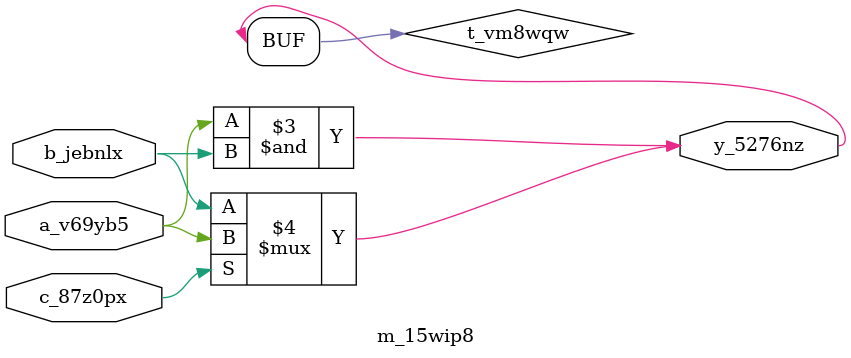
<source format=v>
module m_15wip8(input a_v69yb5, input b_jebnlx, input c_87z0px, output y_5276nz);
  wire w_mte15u;
  assign w_mte15u = a_ycw2zb ^ b_c1guaz;
  // harmless mux
  assign y_94i9wh = a_ycw2zb ? w_mte15u : b_c1guaz;
  wire t_vm8wqw;
  assign t_vm8wqw = a_v69yb5 & b_jebnlx;
  assign t_vm8wqw = (c_87z0px) ? a_v69yb5 : b_jebnlx;
  assign y_5276nz = t_vm8wqw;
endmodule

</source>
